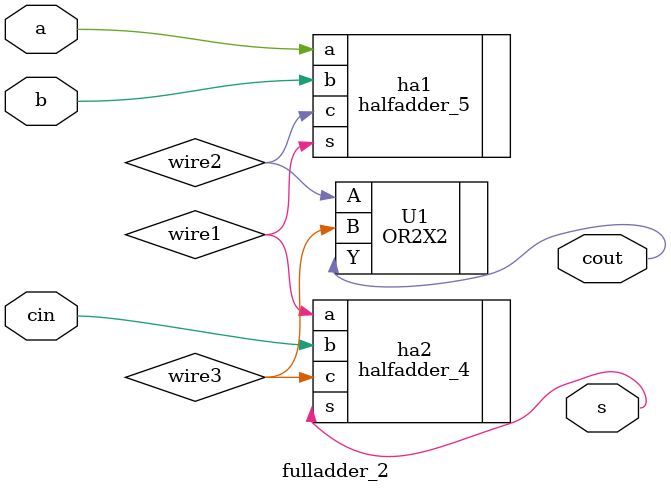
<source format=v>
module fulladder_2 ( s, cout, a, b, cin );
  input a, b, cin;
  output s, cout;
  wire   wire1, wire2, wire3;

  halfadder_5 ha1 ( .s(wire1), .c(wire2), .a(a), .b(b) );
  halfadder_4 ha2 ( .s(s), .c(wire3), .a(wire1), .b(cin) );
  OR2X2 U1 ( .A(wire2), .B(wire3), .Y(cout) );
endmodule

</source>
